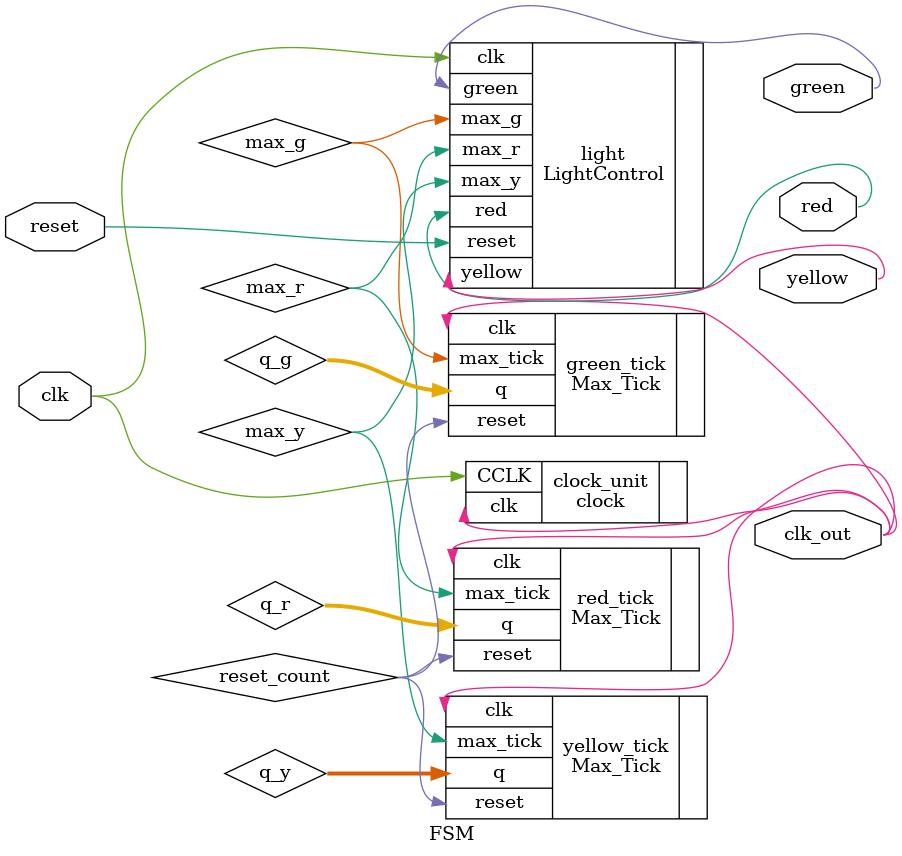
<source format=v>
`timescale 1ns / 1ps
module FSM(
	input wire clk, reset,
	output wire red, yellow, green, clk_out//, walk, flash, dont
);
wire [5:0] q_r, q_y, q_g;
wire reset_count, max_tick, tick_r, tick_y, tick_g;

clock clock_unit (.CCLK(clk), .clk(clk_out));

Max_Tick #(.M(10)) red_tick (.clk(clk_out), .max_tick(max_r), .q(q_r), .reset(reset_count));
Max_Tick #(.M(3)) yellow_tick(.clk(clk_out), .max_tick(max_y), .q(q_y), .reset(reset_count));
Max_Tick #(.M(4)) green_tick (.clk(clk_out), .max_tick(max_g), .q(q_g), .reset(reset_count));

//Max_Tick #(.M(5)) counter_ped(.clk(out_clk), .max_tick(max_ped), .q(q_ped), .reset(reset_count));
//counter count_unit (.clk(clk), .reset(reset_count), .max_tick(max_tick), .q(q));

LightControl light (.clk(clk), .reset(reset), .max_r(max_r), .max_y(max_y), .max_g(max_g), .red(red), .yellow(yellow), .green(green));


endmodule

</source>
